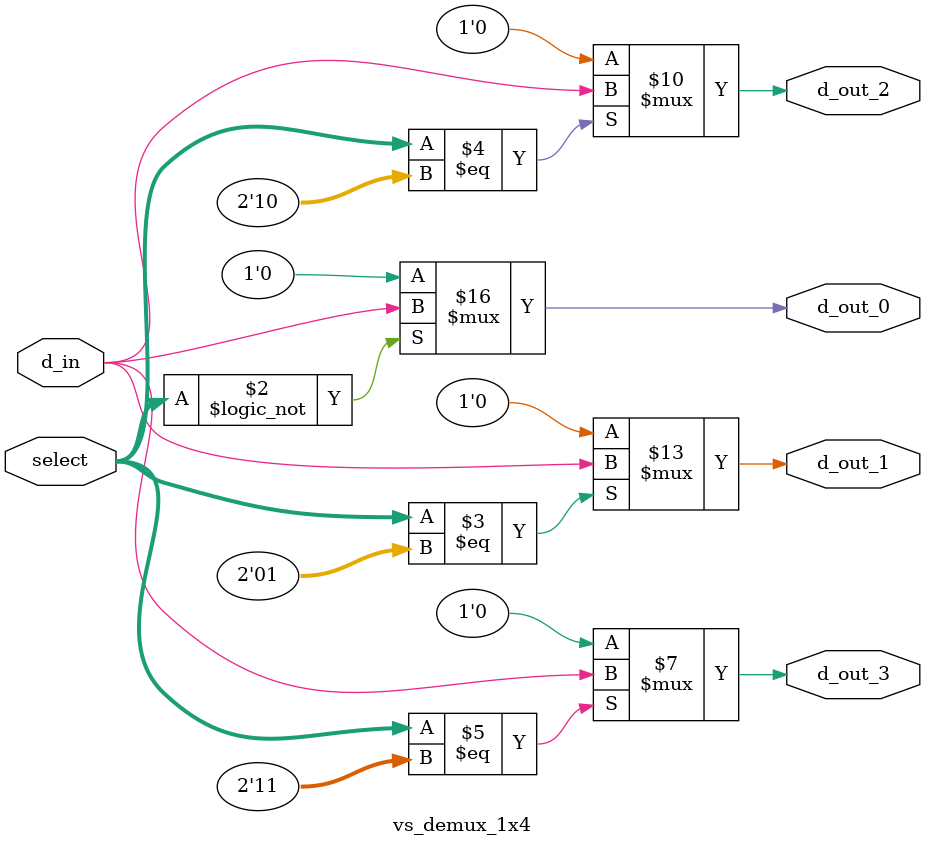
<source format=sv>

/**
Different kinds of demultiplexers
*/

module vs_demux_1x2#(parameter WIDTH=1) (
    input logic select,
    input logic [WIDTH-1:0] d_in,
    output logic [WIDTH-1:0] d_out_0,
    output logic [WIDTH-1:0]d_out_1
    );
always_comb begin
    if (select) begin
        d_out_0 = 0;
        d_out_1 = d_in;
    end
    else begin
        d_out_0 = d_in;
        d_out_1 = 0;
    end
end
endmodule

module vs_demux_1x3#(parameter WIDTH=1) (
    input logic[1:0] select,
    input logic [WIDTH-1:0] d_in,
    output logic [WIDTH-1:0] d_out_0,
    output logic [WIDTH-1:0]d_out_1,
    output logic [WIDTH-1:0]d_out_2
    );
always_comb begin
    if (select == 0) begin 
        d_out_0 = d_in;
    end
    else begin
        d_out_0 = 0;
    end
    if (select == 1) begin 
        d_out_1 = d_in;
    end
    else begin
        d_out_1 = 0;
    end
    if (select == 2) begin 
        d_out_2 = d_in;
    end
    else begin
        d_out_2 = 0;
    end
end
endmodule


module vs_demux_1x4#(parameter WIDTH=1) (
    input logic[1:0] select,
    input logic [WIDTH-1:0] d_in,
    output logic [WIDTH-1:0] d_out_0,
    output logic [WIDTH-1:0]d_out_1,
    output logic [WIDTH-1:0]d_out_2,
    output logic [WIDTH-1:0]d_out_3
    );
always_comb begin
    if (select == 0) begin 
        d_out_0 = d_in;
    end
    else begin
        d_out_0 = 0;
    end
    if (select == 1) begin 
        d_out_1 = d_in;
    end
    else begin
        d_out_1 = 0;
    end
    if (select == 2) begin 
        d_out_2 = d_in;
    end
    else begin
        d_out_2 = 0;
    end
    if (select == 3) begin 
        d_out_3 = d_in;
    end
    else begin
        d_out_3 = 0;
    end
end
endmodule


</source>
